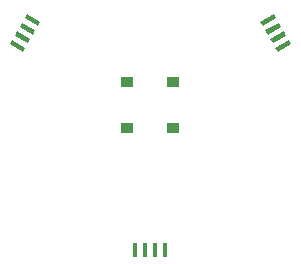
<source format=gtp>
G04 EAGLE Gerber RS-274X export*
G75*
%MOMM*%
%FSLAX34Y34*%
%LPD*%
%INTop Paste*%
%IPPOS*%
%AMOC8*
5,1,8,0,0,1.08239X$1,22.5*%
G01*
%ADD10R,1.000000X0.900000*%
%ADD11R,0.420000X1.300000*%


D10*
X180820Y174500D03*
X219820Y174500D03*
X219820Y135500D03*
X180820Y135500D03*
D11*
X187570Y32500D03*
X196070Y32500D03*
X204570Y32500D03*
X213070Y32500D03*
G36*
X93925Y228723D02*
X96025Y232360D01*
X107283Y225861D01*
X105183Y222224D01*
X93925Y228723D01*
G37*
G36*
X89675Y221362D02*
X91775Y224999D01*
X103033Y218500D01*
X100933Y214863D01*
X89675Y221362D01*
G37*
G36*
X85425Y214000D02*
X87525Y217637D01*
X98783Y211138D01*
X96683Y207501D01*
X85425Y214000D01*
G37*
G36*
X81175Y206639D02*
X83275Y210276D01*
X94533Y203777D01*
X92433Y200140D01*
X81175Y206639D01*
G37*
G36*
X317365Y210276D02*
X319465Y206639D01*
X308207Y200140D01*
X306107Y203777D01*
X317365Y210276D01*
G37*
G36*
X313115Y217637D02*
X315215Y214000D01*
X303957Y207501D01*
X301857Y211138D01*
X313115Y217637D01*
G37*
G36*
X308865Y224999D02*
X310965Y221362D01*
X299707Y214863D01*
X297607Y218500D01*
X308865Y224999D01*
G37*
G36*
X304615Y232360D02*
X306715Y228723D01*
X295457Y222224D01*
X293357Y225861D01*
X304615Y232360D01*
G37*
M02*

</source>
